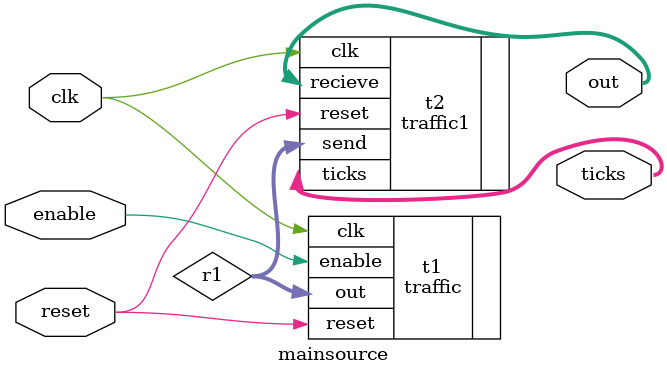
<source format=v>
`timescale 1ns / 1ps
module mainsource(
enable, clk, reset, out, ticks
    );
input enable;
input clk, reset;
output [63:0] out;
output [31:0] ticks;
wire [63:0] r1;

traffic t1( .enable(enable), .clk(clk), .reset(reset), .out(r1)); 
traffic1 t2 ( .send(r1), .recieve(out), .clk(clk), .reset(reset), .ticks(ticks));

endmodule

</source>
